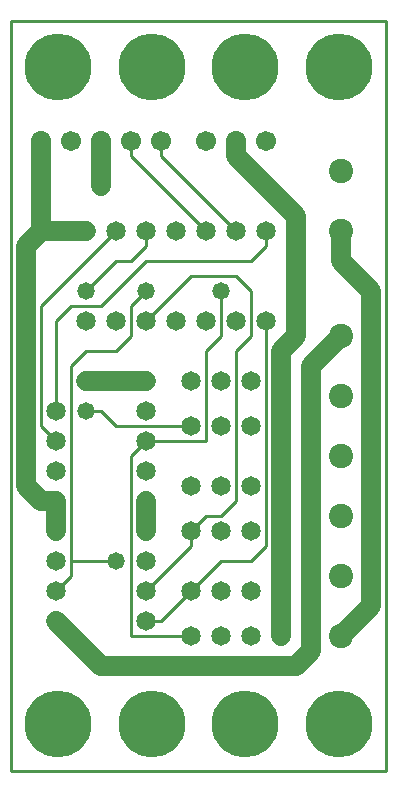
<source format=gbl>
%MOIN*%
%FSLAX25Y25*%
G04 D10 used for Character Trace; *
G04     Circle (OD=.01000) (No hole)*
G04 D11 used for Power Trace; *
G04     Circle (OD=.06700) (No hole)*
G04 D12 used for Signal Trace; *
G04     Circle (OD=.01100) (No hole)*
G04 D13 used for Via; *
G04     Circle (OD=.05800) (Round. Hole ID=.02800)*
G04 D14 used for Component hole; *
G04     Circle (OD=.06500) (Round. Hole ID=.03500)*
G04 D15 used for Component hole; *
G04     Circle (OD=.06700) (Round. Hole ID=.04300)*
G04 D16 used for Component hole; *
G04     Circle (OD=.08100) (Round. Hole ID=.05100)*
G04 D17 used for Component hole; *
G04     Circle (OD=.08900) (Round. Hole ID=.05900)*
G04 D18 used for Component hole; *
G04     Circle (OD=.11300) (Round. Hole ID=.08300)*
G04 D19 used for Component hole; *
G04     Circle (OD=.16000) (Round. Hole ID=.13000)*
G04 D20 used for Component hole; *
G04     Circle (OD=.18300) (Round. Hole ID=.15300)*
G04 D21 used for Component hole; *
G04     Circle (OD=.22291) (Round. Hole ID=.19291)*
%ADD10C,.01000*%
%ADD11C,.06700*%
%ADD12C,.01100*%
%ADD13C,.05800*%
%ADD14C,.06500*%
%ADD15C,.06700*%
%ADD16C,.08100*%
%ADD17C,.08900*%
%ADD18C,.11300*%
%ADD19C,.16000*%
%ADD20C,.18300*%
%ADD21C,.22291*%
%IPPOS*%
%LPD*%
G90*X0Y0D02*D21*X15625Y15625D03*D11*              
X30000Y35000D02*X95000D01*X100000Y40000D01*       
Y135000D01*X110000Y145000D01*D16*D03*D11*         
X120000Y55000D02*Y160000D01*X110000Y45000D02*     
X120000Y55000D01*D16*X110000Y45000D03*D14*        
X90000Y60000D03*D11*Y45000D01*D14*D03*X80000D03*  
D11*X90000Y60000D02*Y80000D01*D14*D03*D11*        
Y95000D01*D14*D03*D11*Y115000D01*D14*D03*D11*     
Y130000D01*D14*D03*D11*Y140000D01*                
X95000Y145000D01*Y185000D01*X75000Y205000D01*     
Y210000D01*D15*D03*X85000D03*X65000D03*D21*       
X78125Y234375D03*D15*X50000Y210000D03*D12*        
Y205000D01*X75000Y180000D01*D14*D03*D12*          
X80000Y170000D02*X85000Y175000D01*                
X45000Y170000D02*X80000D01*X30000Y155000D02*      
X45000Y170000D01*X20000Y155000D02*X30000D01*      
X15000Y150000D02*X20000Y155000D01*                
X15000Y120000D02*Y150000D01*D14*Y120000D03*D12*   
Y110000D02*X10000Y115000D01*D14*X15000Y110000D03* 
D12*X10000Y115000D02*Y155000D01*X35000Y180000D01* 
D14*D03*D12*X40000Y170000D02*X45000Y175000D01*    
X35000Y170000D02*X40000D01*X25000Y160000D02*      
X35000Y170000D01*D13*X25000Y160000D03*D14*        
X35000Y150000D03*X25000D03*D12*X35000Y140000D02*  
X40000Y145000D01*X25000Y140000D02*X35000D01*      
X20000Y135000D02*X25000Y140000D01*X20000Y70000D02*
Y135000D01*Y65000D02*Y70000D01*X15000Y60000D02*   
X20000Y65000D01*D14*X15000Y60000D03*D12*          
X20000Y70000D02*X35000D01*D13*D03*D14*            
X45000Y60000D03*D12*X60000Y75000D01*Y80000D01*D14*
D03*D12*X65000Y85000D01*X70000D01*X75000Y90000D01*
Y140000D01*X80000Y145000D01*Y160000D01*           
X75000Y165000D01*X60000D01*X45000Y150000D01*D14*  
D03*D12*X40000Y145000D02*Y155000D01*              
X45000Y160000D01*D13*D03*D14*X55000Y150000D03*D12*
X45000Y175000D02*Y180000D01*D14*D03*X55000D03*    
X30000Y195000D03*D11*Y210000D01*D15*D03*D12*      
X65000Y180000D02*X40000Y205000D01*D14*            
X65000Y180000D03*D12*X85000Y175000D02*Y180000D01* 
D14*D03*D13*X70000Y160000D03*D12*Y145000D01*      
X65000Y140000D01*Y110000D01*X45000D01*D14*D03*D12*
X40000Y105000D01*Y45000D01*X60000D01*D14*D03*D12* 
X45000Y50000D02*X50000D01*D14*X45000D03*D12*      
X50000D02*X60000Y60000D01*D14*D03*D12*            
X70000Y70000D01*X80000D01*X85000Y75000D01*        
Y150000D01*D14*D03*X75000D03*X70000Y130000D03*    
X80000D03*X65000Y150000D03*D16*X110000Y125000D03* 
D13*Y170000D03*D11*X120000Y160000D01*             
X110000Y170000D02*Y180000D01*D16*D03*Y200000D03*  
D14*X60000Y130000D03*D21*X109375Y234375D03*       
X46875D03*D14*X60000Y115000D03*D12*X35000D01*     
X30000Y120000D01*X25000D01*D13*D03*Y130000D03*D11*
X45000D01*D13*D03*D14*Y120000D03*X70000Y115000D03*
X15000Y100000D03*X45000D03*X80000Y95000D03*       
Y115000D03*X60000Y95000D03*X70000D03*D11*         
X10000Y90000D02*X15000D01*D14*D03*D11*Y80000D01*  
D14*D03*Y70000D03*D11*X10000Y90000D02*            
X5000Y95000D01*Y175000D01*X10000Y180000D01*       
X25000D01*D14*D03*X10000Y195000D03*D11*Y180000D01*
Y195000D02*Y210000D01*D15*D03*X20000D03*D21*      
X15625Y234375D03*D12*X40000Y205000D02*Y210000D01* 
D15*D03*D12*X0Y0D02*Y250000D01*Y0D02*X125000D01*  
Y250000D01*X0D01*D16*X110000Y105000D03*D14*       
X45000Y90000D03*D11*Y80000D01*D14*D03*Y70000D03*  
X70000Y60000D03*Y80000D03*X15000Y50000D03*D11*    
X30000Y35000D01*D21*X46875Y15625D03*D14*          
X70000Y45000D03*D21*X78125Y15625D03*D14*          
X80000Y60000D03*Y80000D03*D21*X109375Y15625D03*   
D16*X110000Y65000D03*Y85000D03*M02*               

</source>
